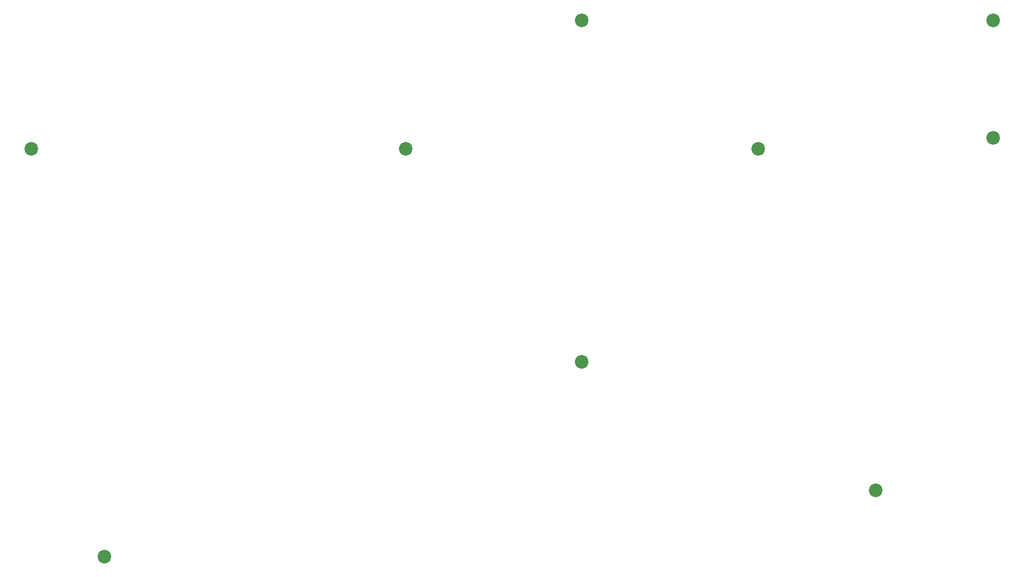
<source format=gbr>
G04 #@! TF.GenerationSoftware,KiCad,Pcbnew,(6.0.8)*
G04 #@! TF.CreationDate,2023-02-19T03:10:24+09:00*
G04 #@! TF.ProjectId,ma8ic_split_69_right_bottom_plate,6d613869-635f-4737-906c-69745f36395f,0.1*
G04 #@! TF.SameCoordinates,Original*
G04 #@! TF.FileFunction,Soldermask,Top*
G04 #@! TF.FilePolarity,Negative*
%FSLAX46Y46*%
G04 Gerber Fmt 4.6, Leading zero omitted, Abs format (unit mm)*
G04 Created by KiCad (PCBNEW (6.0.8)) date 2023-02-19 03:10:24*
%MOMM*%
%LPD*%
G01*
G04 APERTURE LIST*
%ADD10C,2.200000*%
G04 APERTURE END LIST*
D10*
G04 #@! TO.C,*
X166687444Y-93464101D03*
G04 #@! TD*
G04 #@! TO.C,REF\u002A\u002A*
X214312500Y-114300000D03*
G04 #@! TD*
G04 #@! TO.C,*
X233362500Y-38100000D03*
G04 #@! TD*
G04 #@! TO.C,*
X77390510Y-58935947D03*
G04 #@! TD*
G04 #@! TO.C,*
X166688200Y-38099965D03*
G04 #@! TD*
G04 #@! TO.C,*
X233362500Y-57149965D03*
G04 #@! TD*
G04 #@! TO.C,REF\u002A\u002A*
X195262468Y-58935947D03*
G04 #@! TD*
G04 #@! TO.C,REF\u002A\u002A*
X138113080Y-58935947D03*
G04 #@! TD*
G04 #@! TO.C,REF\u002A\u002A*
X89296770Y-125015690D03*
G04 #@! TD*
M02*

</source>
